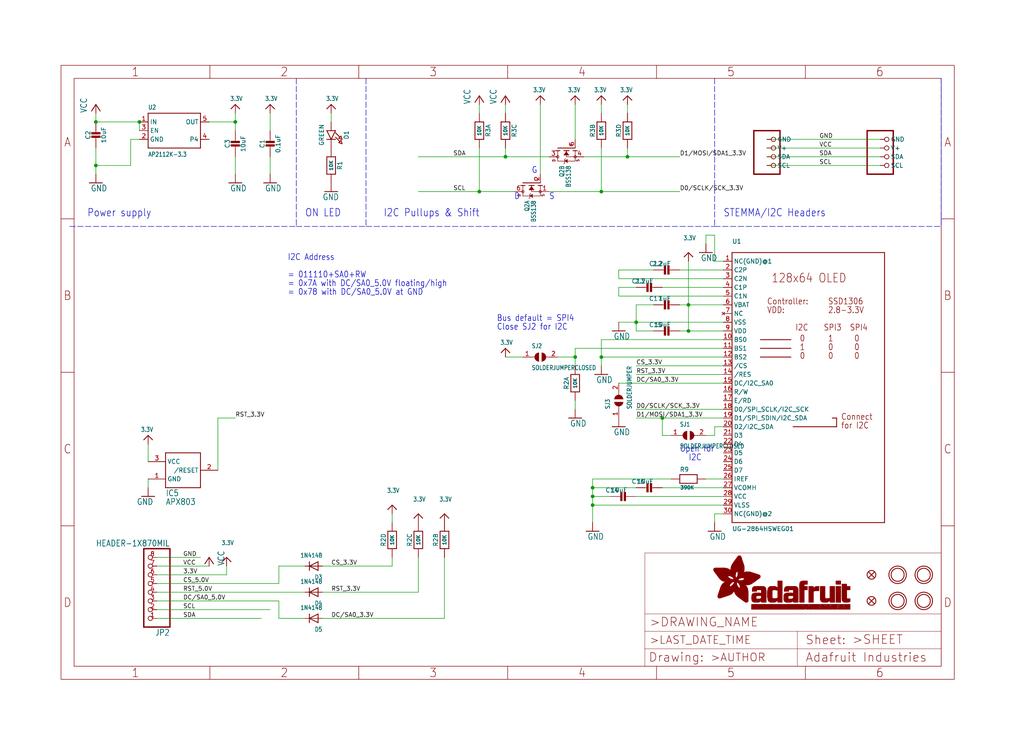
<source format=kicad_sch>
(kicad_sch (version 20211123) (generator eeschema)
  (paper "User" 298.45 217.881)
  (lib_symbols
    (symbol "eagleSchem-eagle-import:3.3V" (power)
      (property "Value" "3.3V" (at -1.524 1.016 0))
      (symbol "3.3V_1_0"
        (pin power_in line (at 0 -2.54 90) (length 2.54) (name "3.3V") (number "1"))
      )
    )
    (symbol "eagleSchem-eagle-import:AXP083-SAG"
      (property "Reference" "IC" (at -5.08 -7.62 0))
      (property "Value" "AXP083-SAG" (at -5.08 -10.16 0))
      (symbol "AXP083-SAG_1_0"
        (pin power_in line (at -10.16 -2.54 0) (length 5.08) (name "GND") (number "1"))
        (pin output line (at 10.16 0 180) (length 5.08) (name "/RESET") (number "2"))
        (pin power_in line (at -10.16 2.54 0) (length 5.08) (name "VCC") (number "3"))
      )
    )
    (symbol "eagleSchem-eagle-import:CAP_CERAMIC0603_NO"
      (property "Reference" "C" (at -2.29 1.25 90))
      (property "Value" "CAP_CERAMIC0603_NO" (at 2.3 1.25 90))
      (symbol "CAP_CERAMIC0603_NO_1_0"
        (pin passive line (at 0 5.08 270) (length 2.54) (name "1") (number "1"))
        (pin passive line (at 0 -2.54 90) (length 2.54) (name "2") (number "2"))
      )
    )
    (symbol "eagleSchem-eagle-import:CAP_CERAMIC0805-NOOUTLINE"
      (property "Reference" "C" (at -2.29 1.25 90))
      (property "Value" "CAP_CERAMIC0805-NOOUTLINE" (at 2.3 1.25 90))
      (symbol "CAP_CERAMIC0805-NOOUTLINE_1_0"
        (pin passive line (at 0 5.08 270) (length 2.54) (name "1") (number "1"))
        (pin passive line (at 0 -2.54 90) (length 2.54) (name "2") (number "2"))
      )
    )
    (symbol "eagleSchem-eagle-import:DIODESOD-323"
      (property "Reference" "D" (at 0 2.54 0))
      (property "Value" "DIODESOD-323" (at 0 -2.5 0))
      (symbol "DIODESOD-323_1_0"
        (pin passive line (at -2.54 0 0) (length 2.54) (name "A") (number "A"))
        (pin passive line (at 2.54 0 180) (length 2.54) (name "C") (number "C"))
      )
    )
    (symbol "eagleSchem-eagle-import:DISP_OLED_UG-2864HSWEG01"
      (property "Reference" "U" (at -22.86 40.64 0))
      (property "Value" "DISP_OLED_UG-2864HSWEG01" (at -22.86 -43.18 0))
      (symbol "DISP_OLED_UG-2864HSWEG01_1_0"
        (text "0" (at -3.175 6.985 0) (effects (font (size 1.778 1.5113)) (justify left bottom)))
        (text "0" (at -3.175 12.065 0) (effects (font (size 1.778 1.5113)) (justify left bottom)))
        (text "0" (at 5.08 6.985 0) (effects (font (size 1.778 1.5113)) (justify left bottom)))
        (text "0" (at 5.08 9.525 0) (effects (font (size 1.778 1.5113)) (justify left bottom)))
        (text "0" (at 12.7 6.985 0) (effects (font (size 1.778 1.5113)) (justify left bottom)))
        (text "0" (at 12.7 9.525 0) (effects (font (size 1.778 1.5113)) (justify left bottom)))
        (text "0" (at 12.7 12.065 0) (effects (font (size 1.778 1.5113)) (justify left bottom)))
        (text "1" (at -3.175 9.525 0) (effects (font (size 1.778 1.5113)) (justify left bottom)))
        (text "1" (at 5.08 12.065 0) (effects (font (size 1.778 1.5113)) (justify left bottom)))
        (text "128x64 OLED" (at -11.43 29.21 0) (effects (font (size 2.54 2.159)) (justify left bottom)))
        (text "2.8-3.3V" (at 5.08 20.32 0) (effects (font (size 1.778 1.5113)) (justify left bottom)))
        (text "Connect" (at 8.89 -10.795 0) (effects (font (size 1.778 1.5113)) (justify left bottom)))
        (text "Controller:" (at -12.7 22.86 0) (effects (font (size 1.778 1.5113)) (justify left bottom)))
        (text "for I2C" (at 8.89 -13.335 0) (effects (font (size 1.778 1.5113)) (justify left bottom)))
        (text "I2C" (at -4.445 15.24 0) (effects (font (size 1.778 1.5113)) (justify left bottom)))
        (text "SPI3" (at 3.81 15.24 0) (effects (font (size 1.778 1.5113)) (justify left bottom)))
        (text "SPI4" (at 11.43 15.24 0) (effects (font (size 1.778 1.5113)) (justify left bottom)))
        (text "SSD1306" (at 5.08 22.86 0) (effects (font (size 1.778 1.5113)) (justify left bottom)))
        (text "VDD:" (at -12.7 20.32 0) (effects (font (size 1.778 1.5113)) (justify left bottom)))
        (pin input line (at -25.4 35.56 0) (length 2.54) (name "NC(GND)@1") (number "1"))
        (pin input line (at -25.4 12.7 0) (length 2.54) (name "BS0") (number "10"))
        (pin input line (at -25.4 10.16 0) (length 2.54) (name "BS1") (number "11"))
        (pin input line (at -25.4 7.62 0) (length 2.54) (name "BS2") (number "12"))
        (pin input line (at -25.4 5.08 0) (length 2.54) (name "/CS") (number "13"))
        (pin input line (at -25.4 2.54 0) (length 2.54) (name "/RES") (number "14"))
        (pin input line (at -25.4 0 0) (length 2.54) (name "DC/I2C_SA0") (number "15"))
        (pin input line (at -25.4 -2.54 0) (length 2.54) (name "R/W") (number "16"))
        (pin input line (at -25.4 -5.08 0) (length 2.54) (name "E/RD") (number "17"))
        (pin bidirectional line (at -25.4 -7.62 0) (length 2.54) (name "D0/SPI_SCLK/I2C_SCK") (number "18"))
        (pin bidirectional line (at -25.4 -10.16 0) (length 2.54) (name "D1/SPI_SDIN/I2C_SDA") (number "19"))
        (pin input line (at -25.4 33.02 0) (length 2.54) (name "C2P") (number "2"))
        (pin bidirectional line (at -25.4 -12.7 0) (length 2.54) (name "D2/I2C_SDA") (number "20"))
        (pin bidirectional line (at -25.4 -15.24 0) (length 2.54) (name "D3") (number "21"))
        (pin bidirectional line (at -25.4 -17.78 0) (length 2.54) (name "D4") (number "22"))
        (pin bidirectional line (at -25.4 -20.32 0) (length 2.54) (name "D5") (number "23"))
        (pin bidirectional line (at -25.4 -22.86 0) (length 2.54) (name "D6") (number "24"))
        (pin bidirectional line (at -25.4 -25.4 0) (length 2.54) (name "D7") (number "25"))
        (pin input line (at -25.4 -27.94 0) (length 2.54) (name "IREF") (number "26"))
        (pin output line (at -25.4 -30.48 0) (length 2.54) (name "VCOMH") (number "27"))
        (pin power_in line (at -25.4 -33.02 0) (length 2.54) (name "VCC") (number "28"))
        (pin power_in line (at -25.4 -35.56 0) (length 2.54) (name "VLSS") (number "29"))
        (pin input line (at -25.4 30.48 0) (length 2.54) (name "C2N") (number "3"))
        (pin input line (at -25.4 -38.1 0) (length 2.54) (name "NC(GND)@2") (number "30"))
        (pin input line (at -25.4 27.94 0) (length 2.54) (name "C1P") (number "4"))
        (pin input line (at -25.4 25.4 0) (length 2.54) (name "C1N") (number "5"))
        (pin input line (at -25.4 22.86 0) (length 2.54) (name "VBAT") (number "6"))
        (pin no_connect line (at -25.4 20.32 0) (length 2.54) (name "NC") (number "7"))
        (pin power_in line (at -25.4 17.78 0) (length 2.54) (name "VSS") (number "8"))
        (pin power_in line (at -25.4 15.24 0) (length 2.54) (name "VDD") (number "9"))
      )
    )
    (symbol "eagleSchem-eagle-import:FIDUCIAL_1MM")
    (symbol "eagleSchem-eagle-import:FRAME_A4_ADAFRUIT"
      (symbol "FRAME_A4_ADAFRUIT_0_0"
        (text "1" (at 21.6958 1.905 0) (effects (font (size 2.54 2.286))))
        (text "1" (at 21.6958 177.165 0) (effects (font (size 2.54 2.286))))
        (text "2" (at 65.0875 1.905 0) (effects (font (size 2.54 2.286))))
        (text "2" (at 65.0875 177.165 0) (effects (font (size 2.54 2.286))))
        (text "3" (at 108.4792 1.905 0) (effects (font (size 2.54 2.286))))
        (text "3" (at 108.4792 177.165 0) (effects (font (size 2.54 2.286))))
        (text "4" (at 151.8708 1.905 0) (effects (font (size 2.54 2.286))))
        (text "4" (at 151.8708 177.165 0) (effects (font (size 2.54 2.286))))
        (text "5" (at 195.2625 1.905 0) (effects (font (size 2.54 2.286))))
        (text "5" (at 195.2625 177.165 0) (effects (font (size 2.54 2.286))))
        (text "6" (at 238.6542 1.905 0) (effects (font (size 2.54 2.286))))
        (text "6" (at 238.6542 177.165 0) (effects (font (size 2.54 2.286))))
        (text "A" (at 1.905 156.6863 0) (effects (font (size 2.54 2.286))))
        (text "A" (at 258.445 156.6863 0) (effects (font (size 2.54 2.286))))
        (text "B" (at 1.905 111.9188 0) (effects (font (size 2.54 2.286))))
        (text "B" (at 258.445 111.9188 0) (effects (font (size 2.54 2.286))))
        (text "C" (at 1.905 67.1513 0) (effects (font (size 2.54 2.286))))
        (text "C" (at 258.445 67.1513 0) (effects (font (size 2.54 2.286))))
        (text "D" (at 1.905 22.3838 0) (effects (font (size 2.54 2.286))))
        (text "D" (at 258.445 22.3838 0) (effects (font (size 2.54 2.286))))
      )
      (symbol "FRAME_A4_ADAFRUIT_1_0"
        (text ">AUTHOR" (at 189.23 5.08 0) (effects (font (size 2.286 2.286)) (justify left bottom)))
        (text ">DRAWING_NAME" (at 171.45 15.24 0) (effects (font (size 2.54 2.54)) (justify left bottom)))
        (text ">LAST_DATE_TIME" (at 171.45 10.16 0) (effects (font (size 2.286 2.286)) (justify left bottom)))
        (text ">SHEET" (at 230.505 10.16 0) (effects (font (size 2.54 2.54)) (justify left bottom)))
        (text "Adafruit Industries" (at 216.916 4.953 0) (effects (font (size 2.54 2.54)) (justify left bottom)))
        (text "Drawing:" (at 171.196 4.953 0) (effects (font (size 2.54 2.54)) (justify left bottom)))
        (text "Sheet:" (at 216.916 10.033 0) (effects (font (size 2.54 2.54)) (justify left bottom)))
      )
    )
    (symbol "eagleSchem-eagle-import:GND" (power)
      (property "Value" "GND" (at -2.54 -2.54 0))
      (symbol "GND_1_0"
        (pin power_in line (at 0 2.54 270) (length 2.54) (name "GND") (number "1"))
      )
    )
    (symbol "eagleSchem-eagle-import:HEADER-1X870MIL"
      (property "Reference" "JP" (at -6.35 13.335 0))
      (property "Value" "HEADER-1X870MIL" (at -6.35 -12.7 0))
      (symbol "HEADER-1X870MIL_1_0"
        (pin passive inverted (at -2.54 10.16 0) (length 2.54) (name "1") (number "1"))
        (pin passive inverted (at -2.54 7.62 0) (length 2.54) (name "2") (number "2"))
        (pin passive inverted (at -2.54 5.08 0) (length 2.54) (name "3") (number "3"))
        (pin passive inverted (at -2.54 2.54 0) (length 2.54) (name "4") (number "4"))
        (pin passive inverted (at -2.54 0 0) (length 2.54) (name "5") (number "5"))
        (pin passive inverted (at -2.54 -2.54 0) (length 2.54) (name "6") (number "6"))
        (pin passive inverted (at -2.54 -5.08 0) (length 2.54) (name "7") (number "7"))
        (pin passive inverted (at -2.54 -7.62 0) (length 2.54) (name "8") (number "8"))
      )
    )
    (symbol "eagleSchem-eagle-import:LED0603_NOOUTLINE"
      (property "Reference" "D" (at -1.27 4.445 0))
      (property "Value" "LED0603_NOOUTLINE" (at -1.27 -2.794 0))
      (symbol "LED0603_NOOUTLINE_1_0"
        (pin passive line (at -5.08 0 0) (length 2.54) (name "A") (number "A"))
        (pin passive line (at 2.54 0 180) (length 2.54) (name "C") (number "C"))
      )
    )
    (symbol "eagleSchem-eagle-import:MOSFET-N_DUAL"
      (property "Reference" "Q" (at 5.08 0.635 0))
      (property "Value" "MOSFET-N_DUAL" (at 5.08 -1.27 0))
      (symbol "MOSFET-N_DUAL_1_0"
        (text "D" (at 3.175 3.175 0) (effects (font (size 0.8128 0.6908)) (justify left bottom)))
        (text "G" (at -1.27 -1.905 0) (effects (font (size 0.8128 0.6908)) (justify left bottom)))
        (text "S" (at 3.175 -3.81 0) (effects (font (size 0.8128 0.6908)) (justify left bottom)))
        (pin bidirectional line (at 2.54 -5.08 90) (length 2.54) (name "S") (number "1"))
        (pin bidirectional line (at -2.54 -2.54 0) (length 2.54) (name "G") (number "2"))
        (pin bidirectional line (at 2.54 5.08 270) (length 2.54) (name "D") (number "6"))
      )
      (symbol "MOSFET-N_DUAL_2_0"
        (text "D" (at 3.175 3.175 0) (effects (font (size 0.8128 0.6908)) (justify left bottom)))
        (text "G" (at -1.27 -1.905 0) (effects (font (size 0.8128 0.6908)) (justify left bottom)))
        (text "S" (at 3.175 -3.81 0) (effects (font (size 0.8128 0.6908)) (justify left bottom)))
        (pin bidirectional line (at 2.54 5.08 270) (length 2.54) (name "D") (number "3"))
        (pin bidirectional line (at 2.54 -5.08 90) (length 2.54) (name "S") (number "4"))
        (pin bidirectional line (at -2.54 -2.54 0) (length 2.54) (name "G") (number "5"))
      )
    )
    (symbol "eagleSchem-eagle-import:MOUNTINGHOLE2.5")
    (symbol "eagleSchem-eagle-import:RESISTOR_0603_NOOUT"
      (property "Reference" "R" (at 0 2.54 0))
      (property "Value" "RESISTOR_0603_NOOUT" (at 0 0 0))
      (symbol "RESISTOR_0603_NOOUT_1_0"
        (pin passive line (at -5.08 0 0) (length 2.54) (name "1") (number "1"))
        (pin passive line (at 5.08 0 180) (length 2.54) (name "2") (number "2"))
      )
    )
    (symbol "eagleSchem-eagle-import:RESISTOR_4PACK"
      (property "Reference" "R" (at 0 2.54 0))
      (property "Value" "RESISTOR_4PACK" (at 0 0 0))
      (symbol "RESISTOR_4PACK_1_0"
        (pin passive line (at -5.08 0 0) (length 2.54) (name "1") (number "1"))
        (pin passive line (at 5.08 0 180) (length 2.54) (name "2") (number "8"))
      )
      (symbol "RESISTOR_4PACK_2_0"
        (pin passive line (at -5.08 0 0) (length 2.54) (name "1") (number "2"))
        (pin passive line (at 5.08 0 180) (length 2.54) (name "2") (number "7"))
      )
      (symbol "RESISTOR_4PACK_3_0"
        (pin passive line (at -5.08 0 0) (length 2.54) (name "1") (number "3"))
        (pin passive line (at 5.08 0 180) (length 2.54) (name "2") (number "6"))
      )
      (symbol "RESISTOR_4PACK_4_0"
        (pin passive line (at -5.08 0 0) (length 2.54) (name "1") (number "4"))
        (pin passive line (at 5.08 0 180) (length 2.54) (name "2") (number "5"))
      )
    )
    (symbol "eagleSchem-eagle-import:SOLDERJUMPER"
      (property "Reference" "SJ" (at -2.54 2.54 0))
      (property "Value" "SOLDERJUMPER" (at -2.54 -3.81 0))
      (symbol "SOLDERJUMPER_1_0"
        (pin passive line (at -5.08 0 0) (length 2.54) (name "1") (number "1"))
        (pin passive line (at 5.08 0 180) (length 2.54) (name "2") (number "2"))
      )
    )
    (symbol "eagleSchem-eagle-import:SOLDERJUMPERCLOSED"
      (property "Reference" "SJ" (at -2.54 2.54 0))
      (property "Value" "SOLDERJUMPERCLOSED" (at -2.54 -3.81 0))
      (symbol "SOLDERJUMPERCLOSED_1_0"
        (pin passive line (at -5.08 0 0) (length 2.54) (name "1") (number "1"))
        (pin passive line (at 5.08 0 180) (length 2.54) (name "2") (number "2"))
      )
    )
    (symbol "eagleSchem-eagle-import:STEMMA_I2C_QT"
      (symbol "STEMMA_I2C_QT_1_0"
        (pin passive inverted (at 0 5.08 0) (length 2.54) (name "GND") (number "1"))
        (pin passive inverted (at 0 2.54 0) (length 2.54) (name "V+") (number "2"))
        (pin passive inverted (at 0 0 0) (length 2.54) (name "SDA") (number "3"))
        (pin passive inverted (at 0 -2.54 0) (length 2.54) (name "SCL") (number "4"))
      )
      (symbol "STEMMA_I2C_QT_2_0"
        (pin bidirectional line (at 0 0 0) (length 5.08) (name "MT") (number "MT1"))
      )
      (symbol "STEMMA_I2C_QT_3_0"
        (pin bidirectional line (at 0 0 0) (length 5.08) (name "MT") (number "MT2"))
      )
    )
    (symbol "eagleSchem-eagle-import:VCC" (power)
      (property "Value" "VCC" (at -2.54 -2.54 90))
      (symbol "VCC_1_0"
        (pin power_in line (at 0 -2.54 90) (length 2.54) (name "VCC") (number "1"))
      )
    )
    (symbol "eagleSchem-eagle-import:VREG_SOT23-5"
      (property "Reference" "U" (at -7.62 6.096 0))
      (property "Value" "VREG_SOT23-5" (at -7.62 -7.62 0))
      (symbol "VREG_SOT23-5_1_0"
        (pin power_in line (at -10.16 2.54 0) (length 2.54) (name "IN") (number "1"))
        (pin power_in line (at -10.16 -2.54 0) (length 2.54) (name "GND") (number "2"))
        (pin input line (at -10.16 0 0) (length 2.54) (name "EN") (number "3"))
        (pin bidirectional line (at 10.16 -2.54 180) (length 2.54) (name "P4") (number "4"))
        (pin power_in line (at 10.16 2.54 180) (length 2.54) (name "OUT") (number "5"))
      )
    )
  )
  (junction (at 172.72 142.24))
  (junction (at 167.64 104.14))
  (junction (at 182.88 45.72))
  (junction (at 40.64 35.56))
  (junction (at 27.94 35.56))
  (junction (at 175.26 104.14))
  (junction (at 172.72 144.78))
  (junction (at 185.42 93.98))
  (junction (at 68.58 35.56))
  (junction (at 27.94 48.26))
  (junction (at 172.72 147.32))
  (junction (at 200.66 96.52))
  (junction (at 147.32 45.72))
  (junction (at 193.04 121.92))
  (junction (at 139.7 55.88))
  (junction (at 175.26 55.88))
  (junction (at 200.66 88.9))
  (wire (pts (xy 205.74 68.58) (xy 205.74 71.12)))
  (wire (pts (xy 185.42 93.98) (xy 180.34 93.98)))
  (wire (pts (xy 210.82 88.9) (xy 200.66 88.9)))
  (wire (pts (xy 182.88 43.18) (xy 182.88 45.72)))
  (wire (pts (xy 190.5 88.9) (xy 185.42 88.9)))
  (wire (pts (xy 114.3 149.86) (xy 114.3 152.4)))
  (wire (pts (xy 210.82 96.52) (xy 200.66 96.52)))
  (wire (pts (xy 114.3 165.1) (xy 114.3 162.56)))
  (wire (pts (xy 210.82 147.32) (xy 172.72 147.32)))
  (wire (pts (xy 93.98 165.1) (xy 114.3 165.1)))
  (wire (pts (xy 172.72 147.32) (xy 172.72 144.78)))
  (wire (pts (xy 68.58 45.72) (xy 68.58 50.8)))
  (wire (pts (xy 185.42 142.24) (xy 172.72 142.24)))
  (wire (pts (xy 185.42 96.52) (xy 185.42 93.98)))
  (wire (pts (xy 175.26 55.88) (xy 198.12 55.88)))
  (wire (pts (xy 45.72 180.34) (xy 76.2 180.34)))
  (wire (pts (xy 200.66 88.9) (xy 200.66 96.52)))
  (wire (pts (xy 66.04 167.64) (xy 66.04 165.1)))
  (wire (pts (xy 195.58 127) (xy 193.04 127)))
  (polyline (pts (xy 274.32 22.86) (xy 274.32 66.04)))
  (wire (pts (xy 139.7 55.88) (xy 121.92 55.88)))
  (wire (pts (xy 60.96 35.56) (xy 68.58 35.56)))
  (wire (pts (xy 40.64 38.1) (xy 40.64 35.56)))
  (wire (pts (xy 208.28 76.2) (xy 208.28 68.58)))
  (wire (pts (xy 45.72 175.26) (xy 81.28 175.26)))
  (wire (pts (xy 160.02 55.88) (xy 175.26 55.88)))
  (wire (pts (xy 45.72 170.18) (xy 81.28 170.18)))
  (wire (pts (xy 175.26 104.14) (xy 175.26 106.68)))
  (wire (pts (xy 172.72 144.78) (xy 172.72 142.24)))
  (wire (pts (xy 208.28 68.58) (xy 205.74 68.58)))
  (wire (pts (xy 78.74 45.72) (xy 78.74 50.8)))
  (wire (pts (xy 81.28 175.26) (xy 81.28 180.34)))
  (wire (pts (xy 185.42 83.82) (xy 180.34 83.82)))
  (polyline (pts (xy 86.36 22.86) (xy 86.36 66.04)))
  (wire (pts (xy 210.82 124.46) (xy 208.28 124.46)))
  (wire (pts (xy 129.54 180.34) (xy 129.54 162.56)))
  (wire (pts (xy 45.72 172.72) (xy 88.9 172.72)))
  (wire (pts (xy 193.04 121.92) (xy 185.42 121.92)))
  (wire (pts (xy 210.82 144.78) (xy 185.42 144.78)))
  (wire (pts (xy 45.72 165.1) (xy 60.96 165.1)))
  (wire (pts (xy 81.28 165.1) (xy 88.9 165.1)))
  (wire (pts (xy 177.8 144.78) (xy 172.72 144.78)))
  (wire (pts (xy 93.98 180.34) (xy 129.54 180.34)))
  (wire (pts (xy 193.04 127) (xy 193.04 121.92)))
  (wire (pts (xy 182.88 45.72) (xy 198.12 45.72)))
  (wire (pts (xy 223.52 43.18) (xy 256.54 43.18)))
  (wire (pts (xy 175.26 33.02) (xy 175.26 30.48)))
  (wire (pts (xy 208.28 127) (xy 205.74 127)))
  (wire (pts (xy 210.82 111.76) (xy 180.34 111.76)))
  (wire (pts (xy 63.5 121.92) (xy 68.58 121.92)))
  (wire (pts (xy 210.82 119.38) (xy 185.42 119.38)))
  (wire (pts (xy 152.4 104.14) (xy 147.32 104.14)))
  (wire (pts (xy 96.52 35.56) (xy 96.52 33.02)))
  (wire (pts (xy 68.58 35.56) (xy 68.58 33.02)))
  (wire (pts (xy 139.7 30.48) (xy 139.7 33.02)))
  (wire (pts (xy 157.48 50.8) (xy 157.48 30.48)))
  (wire (pts (xy 27.94 33.02) (xy 27.94 35.56)))
  (wire (pts (xy 210.82 83.82) (xy 193.04 83.82)))
  (wire (pts (xy 147.32 43.18) (xy 147.32 45.72)))
  (polyline (pts (xy 106.68 66.04) (xy 208.28 66.04)))
  (wire (pts (xy 27.94 48.26) (xy 27.94 43.18)))
  (polyline (pts (xy 208.28 66.04) (xy 274.32 66.04)))
  (wire (pts (xy 43.18 134.62) (xy 43.18 129.54)))
  (wire (pts (xy 40.64 40.64) (xy 38.1 40.64)))
  (wire (pts (xy 27.94 48.26) (xy 27.94 50.8)))
  (wire (pts (xy 200.66 96.52) (xy 198.12 96.52)))
  (wire (pts (xy 172.72 139.7) (xy 195.58 139.7)))
  (wire (pts (xy 38.1 40.64) (xy 38.1 48.26)))
  (wire (pts (xy 147.32 45.72) (xy 121.92 45.72)))
  (wire (pts (xy 167.64 101.6) (xy 167.64 104.14)))
  (wire (pts (xy 210.82 139.7) (xy 205.74 139.7)))
  (polyline (pts (xy 106.68 22.86) (xy 106.68 66.04)))
  (wire (pts (xy 210.82 109.22) (xy 185.42 109.22)))
  (wire (pts (xy 180.34 81.28) (xy 210.82 81.28)))
  (wire (pts (xy 210.82 142.24) (xy 193.04 142.24)))
  (wire (pts (xy 210.82 93.98) (xy 185.42 93.98)))
  (wire (pts (xy 210.82 149.86) (xy 208.28 149.86)))
  (wire (pts (xy 167.64 119.38) (xy 167.64 116.84)))
  (wire (pts (xy 81.28 180.34) (xy 88.9 180.34)))
  (wire (pts (xy 93.98 172.72) (xy 121.92 172.72)))
  (polyline (pts (xy 86.36 66.04) (xy 106.68 66.04)))
  (wire (pts (xy 210.82 104.14) (xy 175.26 104.14)))
  (wire (pts (xy 190.5 78.74) (xy 180.34 78.74)))
  (wire (pts (xy 81.28 170.18) (xy 81.28 165.1)))
  (wire (pts (xy 180.34 83.82) (xy 180.34 86.36)))
  (wire (pts (xy 182.88 33.02) (xy 182.88 30.48)))
  (wire (pts (xy 172.72 142.24) (xy 172.72 139.7)))
  (wire (pts (xy 139.7 43.18) (xy 139.7 55.88)))
  (wire (pts (xy 43.18 139.7) (xy 43.18 142.24)))
  (wire (pts (xy 45.72 167.64) (xy 66.04 167.64)))
  (wire (pts (xy 223.52 48.26) (xy 256.54 48.26)))
  (wire (pts (xy 190.5 96.52) (xy 185.42 96.52)))
  (wire (pts (xy 208.28 149.86) (xy 208.28 152.4)))
  (wire (pts (xy 38.1 48.26) (xy 27.94 48.26)))
  (wire (pts (xy 210.82 121.92) (xy 193.04 121.92)))
  (wire (pts (xy 149.86 55.88) (xy 139.7 55.88)))
  (wire (pts (xy 167.64 40.64) (xy 167.64 30.48)))
  (wire (pts (xy 175.26 43.18) (xy 175.26 55.88)))
  (wire (pts (xy 185.42 88.9) (xy 185.42 93.98)))
  (wire (pts (xy 208.28 124.46) (xy 208.28 127)))
  (wire (pts (xy 210.82 76.2) (xy 208.28 76.2)))
  (wire (pts (xy 180.34 86.36) (xy 210.82 86.36)))
  (wire (pts (xy 147.32 33.02) (xy 147.32 30.48)))
  (wire (pts (xy 175.26 99.06) (xy 175.26 104.14)))
  (wire (pts (xy 256.54 40.64) (xy 223.52 40.64)))
  (polyline (pts (xy 20.32 66.04) (xy 86.36 66.04)))
  (wire (pts (xy 45.72 162.56) (xy 58.42 162.56)))
  (wire (pts (xy 170.18 45.72) (xy 182.88 45.72)))
  (wire (pts (xy 200.66 76.2) (xy 200.66 88.9)))
  (wire (pts (xy 121.92 172.72) (xy 121.92 162.56)))
  (wire (pts (xy 210.82 106.68) (xy 185.42 106.68)))
  (wire (pts (xy 180.34 78.74) (xy 180.34 81.28)))
  (wire (pts (xy 78.74 33.02) (xy 78.74 38.1)))
  (wire (pts (xy 160.02 45.72) (xy 147.32 45.72)))
  (wire (pts (xy 40.64 35.56) (xy 27.94 35.56)))
  (wire (pts (xy 167.64 101.6) (xy 210.82 101.6)))
  (wire (pts (xy 210.82 78.74) (xy 198.12 78.74)))
  (wire (pts (xy 68.58 35.56) (xy 68.58 38.1)))
  (wire (pts (xy 167.64 104.14) (xy 167.64 106.68)))
  (wire (pts (xy 172.72 147.32) (xy 172.72 152.4)))
  (wire (pts (xy 63.5 137.16) (xy 63.5 121.92)))
  (wire (pts (xy 210.82 99.06) (xy 175.26 99.06)))
  (wire (pts (xy 200.66 88.9) (xy 198.12 88.9)))
  (wire (pts (xy 256.54 45.72) (xy 223.52 45.72)))
  (polyline (pts (xy 208.28 22.86) (xy 208.28 66.04)))
  (wire (pts (xy 162.56 104.14) (xy 167.64 104.14)))
  (wire (pts (xy 45.72 177.8) (xy 78.74 177.8)))
  (text "ON LED" (at 88.9 63.5 180) (effects (font (size 2.1844 1.8567)) (justify left bottom)))
  (text "= 011110+SA0+RW" (at 83.82 81.28 180) (effects (font (size 1.778 1.5113)) (justify left bottom)))
  (text "Close SJ2 for I2C" (at 144.78 96.52 180) (effects (font (size 1.778 1.5113)) (justify left bottom)))
  (text "D" (at 149.86 58.42 180) (effects (font (size 1.778 1.5113)) (justify left bottom)))
  (text "= 0x7A with DC/SA0_5.0V floating/high" (at 83.82 83.82 180) (effects (font (size 1.778 1.5113)) (justify left bottom)))
  (text "G" (at 154.94 50.8 180) (effects (font (size 1.778 1.5113)) (justify left bottom)))
  (text "STEMMA/I2C Headers" (at 210.82 63.5 180) (effects (font (size 2.1844 1.8567)) (justify left bottom)))
  (text "I2C Address" (at 83.82 76.2 180) (effects (font (size 1.778 1.5113)) (justify left bottom)))
  (text "S" (at 160.02 58.42 180) (effects (font (size 1.778 1.5113)) (justify left bottom)))
  (text "Bus default = SPI4" (at 144.78 93.98 180) (effects (font (size 1.778 1.5113)) (justify left bottom)))
  (text "Power supply" (at 25.4 63.5 180) (effects (font (size 2.1844 1.8567)) (justify left bottom)))
  (text "= 0x78 with DC/SA0_5.0V at GND" (at 83.82 86.36 180) (effects (font (size 1.778 1.5113)) (justify left bottom)))
  (text "I2C" (at 200.66 134.62 180) (effects (font (size 1.778 1.5113)) (justify left bottom)))
  (text "I2C Pullups & Shift" (at 111.76 63.5 180) (effects (font (size 2.1844 1.8567)) (justify left bottom)))
  (text "Open for" (at 198.12 132.08 180) (effects (font (size 1.778 1.5113)) (justify left bottom)))
  (label "RST_3.3V" (at 68.58 121.92 0) (effects (font (size 1.2446 1.2446))))
  (label "SCL" (at 53.34 177.8 0) (effects (font (size 1.2446 1.2446))))
  (label "CS_5.0V" (at 53.34 170.18 0) (effects (font (size 1.2446 1.2446))))
  (label "D0/SCLK/SCK_3.3V" (at 198.12 55.88 0) (effects (font (size 1.2446 1.2446))))
  (label "3.3V" (at 53.34 167.64 0) (effects (font (size 1.2446 1.2446))))
  (label "SCL" (at 238.76 48.26 0) (effects (font (size 1.2446 1.2446))))
  (label "D1/MOSI/SDA1_3.3V" (at 198.12 45.72 0) (effects (font (size 1.2446 1.2446))))
  (label "SDA" (at 132.08 45.72 0) (effects (font (size 1.2446 1.2446))))
  (label "RST_3.3V" (at 185.42 109.22 0) (effects (font (size 1.2446 1.2446))))
  (label "CS_3.3V" (at 96.52 165.1 0) (effects (font (size 1.2446 1.2446))))
  (label "VCC" (at 238.76 43.18 0) (effects (font (size 1.2446 1.2446))))
  (label "DC/SA0_3.3V" (at 185.42 111.76 0) (effects (font (size 1.2446 1.2446))))
  (label "D0/SCLK/SCK_3.3V" (at 185.42 119.38 0) (effects (font (size 1.2446 1.2446))))
  (label "GND" (at 238.76 40.64 0) (effects (font (size 1.2446 1.2446))))
  (label "RST_5.0V" (at 53.34 172.72 0) (effects (font (size 1.2446 1.2446))))
  (label "SDA" (at 53.34 180.34 0) (effects (font (size 1.2446 1.2446))))
  (label "DC/SA0_3.3V" (at 96.52 180.34 0) (effects (font (size 1.2446 1.2446))))
  (label "GND" (at 53.34 162.56 0) (effects (font (size 1.2446 1.2446))))
  (label "RST_3.3V" (at 96.52 172.72 0) (effects (font (size 1.2446 1.2446))))
  (label "CS_3.3V" (at 185.42 106.68 0) (effects (font (size 1.2446 1.2446))))
  (label "VCC" (at 53.34 165.1 0) (effects (font (size 1.2446 1.2446))))
  (label "SCL" (at 132.08 55.88 0) (effects (font (size 1.2446 1.2446))))
  (label "D1/MOSI/SDA1_3.3V" (at 185.42 121.92 0) (effects (font (size 1.2446 1.2446))))
  (label "SDA" (at 238.76 45.72 0) (effects (font (size 1.2446 1.2446))))
  (label "DC/SA0_5.0V" (at 53.34 175.26 0) (effects (font (size 1.2446 1.2446))))
  (symbol (lib_id "eagleSchem-eagle-import:3.3V") (at 96.52 30.48 0) (unit 1)
    (property "Reference" "#U$3" (effects hide))
    (property "Value" "3.3V" (at 94.996 29.464 0) (effects (font (size 1.27 1.0795)) (justify left bottom)))
    (property "Footprint" "eagleSchem:" (effects hide))
  )
  (symbol (lib_id "eagleSchem-eagle-import:GND") (at 208.28 154.94 0) (unit 1)
    (property "Reference" "#U$43" (effects hide))
    (property "Value" "GND" (at 206.756 157.48 0) (effects (font (size 1.778 1.5113)) (justify left bottom)))
    (property "Footprint" "eagleSchem:" (effects hide))
  )
  (symbol (lib_id "eagleSchem-eagle-import:CAP_CERAMIC0805-NOOUTLINE") (at 182.88 144.78 90) (unit 1)
    (property "Reference" "C14" (at 180.34 142.24 90) (effects (justify left bottom)))
    (property "Value" "10uF" (at 182.88 142.24 90) (effects (justify left bottom)))
    (property "Footprint" "eagleSchem:0805-NO" (effects hide))
  )
  (symbol (lib_id "eagleSchem-eagle-import:GND") (at 96.52 55.88 0) (unit 1)
    (property "Reference" "#GND6" (effects hide))
    (property "Value" "GND" (at 93.98 58.42 0) (effects (font (size 1.778 1.5113)) (justify left bottom)))
    (property "Footprint" "eagleSchem:" (effects hide))
  )
  (symbol (lib_id "eagleSchem-eagle-import:CAP_CERAMIC0805-NOOUTLINE") (at 190.5 142.24 90) (unit 1)
    (property "Reference" "C16" (at 187.96 139.7 90) (effects (justify left bottom)))
    (property "Value" "10uF" (at 190.5 139.7 90) (effects (justify left bottom)))
    (property "Footprint" "eagleSchem:0805-NO" (effects hide))
  )
  (symbol (lib_id "eagleSchem-eagle-import:CAP_CERAMIC0805-NOOUTLINE") (at 190.5 83.82 90) (unit 1)
    (property "Reference" "C13" (at 187.96 81.28 90) (effects (justify left bottom)))
    (property "Value" "2.2uF" (at 190.5 81.28 90) (effects (justify left bottom)))
    (property "Footprint" "eagleSchem:0805-NO" (effects hide))
  )
  (symbol (lib_id "eagleSchem-eagle-import:CAP_CERAMIC0805-NOOUTLINE") (at 195.58 96.52 90) (unit 1)
    (property "Reference" "C15" (at 193.04 93.98 90) (effects (justify left bottom)))
    (property "Value" "10uF" (at 195.58 93.98 90) (effects (justify left bottom)))
    (property "Footprint" "eagleSchem:0805-NO" (effects hide))
  )
  (symbol (lib_id "eagleSchem-eagle-import:CAP_CERAMIC0805-NOOUTLINE") (at 195.58 78.74 90) (unit 1)
    (property "Reference" "C12" (at 193.04 76.2 90) (effects (justify left bottom)))
    (property "Value" "2.2uF" (at 195.58 76.2 90) (effects (justify left bottom)))
    (property "Footprint" "eagleSchem:0805-NO" (effects hide))
  )
  (symbol (lib_id "eagleSchem-eagle-import:CAP_CERAMIC0805-NOOUTLINE") (at 68.58 43.18 0) (unit 1)
    (property "Reference" "C3" (at 66.29 41.93 90))
    (property "Value" "10uF" (at 70.88 41.93 90))
    (property "Footprint" "eagleSchem:0805-NO" (effects hide))
  )
  (symbol (lib_id "eagleSchem-eagle-import:FRAME_A4_ADAFRUIT") (at 17.78 198.12 0) (unit 1)
    (property "Reference" "#U$18" (effects hide))
    (property "Value" "FRAME_A4_ADAFRUIT" (effects hide))
    (property "Footprint" "eagleSchem:" (effects hide))
  )
  (symbol (lib_id "eagleSchem-eagle-import:RESISTOR_4PACK") (at 182.88 38.1 90) (mirror x) (unit 4)
    (property "Reference" "R3" (at 180.34 38.1 0))
    (property "Value" "10K" (at 182.88 38.1 0) (effects (font (size 1.016 1.016) bold)))
    (property "Footprint" "eagleSchem:RESPACK_4X0603" (effects hide))
  )
  (symbol (lib_id "eagleSchem-eagle-import:GND") (at 172.72 154.94 0) (unit 1)
    (property "Reference" "#U$45" (effects hide))
    (property "Value" "GND" (at 171.196 157.48 0) (effects (font (size 1.778 1.5113)) (justify left bottom)))
    (property "Footprint" "eagleSchem:" (effects hide))
  )
  (symbol (lib_id "eagleSchem-eagle-import:RESISTOR_4PACK") (at 167.64 111.76 90) (unit 1)
    (property "Reference" "R2" (at 165.1 111.76 0))
    (property "Value" "10K" (at 167.64 111.76 0) (effects (font (size 1.016 1.016) bold)))
    (property "Footprint" "eagleSchem:RESPACK_4X0603" (effects hide))
  )
  (symbol (lib_id "eagleSchem-eagle-import:VREG_SOT23-5") (at 50.8 38.1 0) (unit 1)
    (property "Reference" "U2" (at 43.18 32.004 0) (effects (font (size 1.27 1.0795)) (justify left bottom)))
    (property "Value" "AP2112K-3.3" (at 43.18 45.72 0) (effects (font (size 1.27 1.0795)) (justify left bottom)))
    (property "Footprint" "eagleSchem:SOT23-5" (effects hide))
  )
  (symbol (lib_id "eagleSchem-eagle-import:MOUNTINGHOLE2.5") (at 269.24 175.26 0) (unit 1)
    (property "Reference" "U$21" (effects hide))
    (property "Value" "MOUNTINGHOLE2.5" (effects hide))
    (property "Footprint" "eagleSchem:MOUNTINGHOLE_2.5_PLATED" (effects hide))
  )
  (symbol (lib_id "eagleSchem-eagle-import:VCC") (at 27.94 30.48 0) (unit 1)
    (property "Reference" "#P+3" (effects hide))
    (property "Value" "VCC" (at 25.4 33.02 90) (effects (font (size 1.778 1.5113)) (justify left bottom)))
    (property "Footprint" "eagleSchem:" (effects hide))
  )
  (symbol (lib_id "eagleSchem-eagle-import:GND") (at 180.34 124.46 0) (unit 1)
    (property "Reference" "#U$4" (effects hide))
    (property "Value" "GND" (at 178.816 127 0) (effects (font (size 1.778 1.5113)) (justify left bottom)))
    (property "Footprint" "eagleSchem:" (effects hide))
  )
  (symbol (lib_id "eagleSchem-eagle-import:RESISTOR_4PACK") (at 121.92 157.48 90) (unit 3)
    (property "Reference" "R2" (at 119.38 157.48 0))
    (property "Value" "10K" (at 121.92 157.48 0) (effects (font (size 1.016 1.016) bold)))
    (property "Footprint" "eagleSchem:RESPACK_4X0603" (effects hide))
  )
  (symbol (lib_id "eagleSchem-eagle-import:GND") (at 43.18 144.78 0) (mirror y) (unit 1)
    (property "Reference" "#U$2" (effects hide))
    (property "Value" "GND" (at 44.704 147.32 0) (effects (font (size 1.778 1.5113)) (justify left bottom)))
    (property "Footprint" "eagleSchem:" (effects hide))
  )
  (symbol (lib_id "eagleSchem-eagle-import:3.3V") (at 78.74 30.48 0) (unit 1)
    (property "Reference" "#U$14" (effects hide))
    (property "Value" "3.3V" (at 77.216 29.464 0) (effects (font (size 1.27 1.0795)) (justify left bottom)))
    (property "Footprint" "eagleSchem:" (effects hide))
  )
  (symbol (lib_id "eagleSchem-eagle-import:3.3V") (at 114.3 147.32 0) (unit 1)
    (property "Reference" "#U$37" (effects hide))
    (property "Value" "3.3V" (at 112.776 143.764 0) (effects (font (size 1.27 1.0795)) (justify left bottom)))
    (property "Footprint" "eagleSchem:" (effects hide))
  )
  (symbol (lib_id "eagleSchem-eagle-import:CAP_CERAMIC0603_NO") (at 78.74 43.18 0) (unit 1)
    (property "Reference" "C1" (at 76.45 41.93 90))
    (property "Value" "0.1uF" (at 81.04 41.93 90))
    (property "Footprint" "eagleSchem:0603-NO" (effects hide))
  )
  (symbol (lib_id "eagleSchem-eagle-import:RESISTOR_4PACK") (at 147.32 38.1 270) (unit 3)
    (property "Reference" "R3" (at 149.86 38.1 0))
    (property "Value" "10K" (at 147.32 38.1 0) (effects (font (size 1.016 1.016) bold)))
    (property "Footprint" "eagleSchem:RESPACK_4X0603" (effects hide))
  )
  (symbol (lib_id "eagleSchem-eagle-import:RESISTOR_4PACK") (at 175.26 38.1 90) (mirror x) (unit 2)
    (property "Reference" "R3" (at 172.72 38.1 0))
    (property "Value" "10K" (at 175.26 38.1 0) (effects (font (size 1.016 1.016) bold)))
    (property "Footprint" "eagleSchem:RESPACK_4X0603" (effects hide))
  )
  (symbol (lib_id "eagleSchem-eagle-import:HEADER-1X870MIL") (at 43.18 170.18 180) (unit 1)
    (property "Reference" "JP2" (at 49.53 183.515 0) (effects (font (size 1.778 1.5113)) (justify left bottom)))
    (property "Value" "HEADER-1X870MIL" (at 49.53 157.48 0) (effects (font (size 1.778 1.5113)) (justify left bottom)))
    (property "Footprint" "eagleSchem:1X08_ROUND_70" (effects hide))
  )
  (symbol (lib_id "eagleSchem-eagle-import:GND") (at 180.34 96.52 0) (unit 1)
    (property "Reference" "#U$44" (effects hide))
    (property "Value" "GND" (at 178.816 99.06 0) (effects (font (size 1.778 1.5113)) (justify left bottom)))
    (property "Footprint" "eagleSchem:" (effects hide))
  )
  (symbol (lib_id "eagleSchem-eagle-import:3.3V") (at 68.58 30.48 0) (unit 1)
    (property "Reference" "#U$15" (effects hide))
    (property "Value" "3.3V" (at 67.056 29.464 0) (effects (font (size 1.27 1.0795)) (justify left bottom)))
    (property "Footprint" "eagleSchem:" (effects hide))
  )
  (symbol (lib_id "eagleSchem-eagle-import:MOUNTINGHOLE2.5") (at 261.62 167.64 0) (unit 1)
    (property "Reference" "U$17" (effects hide))
    (property "Value" "MOUNTINGHOLE2.5" (effects hide))
    (property "Footprint" "eagleSchem:MOUNTINGHOLE_2.5_PLATED" (effects hide))
  )
  (symbol (lib_id "eagleSchem-eagle-import:GND") (at 68.58 53.34 0) (unit 1)
    (property "Reference" "#U$5" (effects hide))
    (property "Value" "GND" (at 67.056 55.88 0) (effects (font (size 1.778 1.5113)) (justify left bottom)))
    (property "Footprint" "eagleSchem:" (effects hide))
  )
  (symbol (lib_id "eagleSchem-eagle-import:SOLDERJUMPERCLOSED") (at 200.66 127 0) (unit 1)
    (property "Reference" "SJ1" (at 198.12 124.46 0) (effects (font (size 1.27 1.0795)) (justify left bottom)))
    (property "Value" "SOLDERJUMPERCLOSED" (at 198.12 130.81 0) (effects (font (size 1.27 1.0795)) (justify left bottom)))
    (property "Footprint" "eagleSchem:SOLDERJUMPER_CLOSEDWIRE" (effects hide))
  )
  (symbol (lib_id "eagleSchem-eagle-import:MOUNTINGHOLE2.5") (at 269.24 167.64 0) (unit 1)
    (property "Reference" "U$19" (effects hide))
    (property "Value" "MOUNTINGHOLE2.5" (effects hide))
    (property "Footprint" "eagleSchem:MOUNTINGHOLE_2.5_PLATED" (effects hide))
  )
  (symbol (lib_id "eagleSchem-eagle-import:3.3V") (at 129.54 149.86 0) (unit 1)
    (property "Reference" "#U$39" (effects hide))
    (property "Value" "3.3V" (at 128.016 146.304 0) (effects (font (size 1.27 1.0795)) (justify left bottom)))
    (property "Footprint" "eagleSchem:" (effects hide))
  )
  (symbol (lib_id "eagleSchem-eagle-import:GND") (at 27.94 53.34 0) (unit 1)
    (property "Reference" "#U$13" (effects hide))
    (property "Value" "GND" (at 26.416 55.88 0) (effects (font (size 1.778 1.5113)) (justify left bottom)))
    (property "Footprint" "eagleSchem:" (effects hide))
  )
  (symbol (lib_id "eagleSchem-eagle-import:DISP_OLED_UG-2864HSWEG01") (at 236.22 111.76 0) (unit 1)
    (property "Reference" "U1" (at 213.36 71.12 0) (effects (justify left bottom)))
    (property "Value" "UG-2864HSWEG01" (at 213.36 154.94 0) (effects (justify left bottom)))
    (property "Footprint" "eagleSchem:UG-2864HSWEG01_1.3_WRAPAROUND" (effects hide))
  )
  (symbol (lib_id "eagleSchem-eagle-import:RESISTOR_0603_NOOUT") (at 200.66 139.7 0) (unit 1)
    (property "Reference" "R9" (at 198.12 137.668 0) (effects (justify left bottom)))
    (property "Value" "390K" (at 198.12 142.875 0) (effects (font (size 1.016 1.016) bold) (justify left bottom)))
    (property "Footprint" "eagleSchem:0603-NO" (effects hide))
  )
  (symbol (lib_id "eagleSchem-eagle-import:VCC") (at 139.7 27.94 0) (unit 1)
    (property "Reference" "#P+1" (effects hide))
    (property "Value" "VCC" (at 137.16 30.48 90) (effects (font (size 1.778 1.5113)) (justify left bottom)))
    (property "Footprint" "eagleSchem:" (effects hide))
  )
  (symbol (lib_id "eagleSchem-eagle-import:RESISTOR_4PACK") (at 139.7 38.1 270) (unit 1)
    (property "Reference" "R3" (at 142.24 38.1 0))
    (property "Value" "10K" (at 139.7 38.1 0) (effects (font (size 1.016 1.016) bold)))
    (property "Footprint" "eagleSchem:RESPACK_4X0603" (effects hide))
  )
  (symbol (lib_id "eagleSchem-eagle-import:3.3V") (at 147.32 101.6 0) (unit 1)
    (property "Reference" "#U$30" (effects hide))
    (property "Value" "3.3V" (at 145.796 100.584 0) (effects (font (size 1.27 1.0795)) (justify left bottom)))
    (property "Footprint" "eagleSchem:" (effects hide))
  )
  (symbol (lib_id "eagleSchem-eagle-import:3.3V") (at 182.88 27.94 0) (mirror y) (unit 1)
    (property "Reference" "#U$7" (effects hide))
    (property "Value" "3.3V" (at 184.404 26.924 0) (effects (font (size 1.27 1.0795)) (justify left bottom)))
    (property "Footprint" "eagleSchem:" (effects hide))
  )
  (symbol (lib_id "eagleSchem-eagle-import:MOUNTINGHOLE2.5") (at 261.62 175.26 0) (unit 1)
    (property "Reference" "U$1" (effects hide))
    (property "Value" "MOUNTINGHOLE2.5" (effects hide))
    (property "Footprint" "eagleSchem:MOUNTINGHOLE_2.5_PLATED" (effects hide))
  )
  (symbol (lib_id "eagleSchem-eagle-import:FIDUCIAL_1MM") (at 254 175.26 0) (unit 1)
    (property "Reference" "FID3" (effects hide))
    (property "Value" "FIDUCIAL_1MM" (effects hide))
    (property "Footprint" "eagleSchem:FIDUCIAL_1MM" (effects hide))
  )
  (symbol (lib_id "eagleSchem-eagle-import:VCC") (at 60.96 162.56 0) (mirror y) (unit 1)
    (property "Reference" "#P+4" (effects hide))
    (property "Value" "VCC" (at 63.5 165.1 90) (effects (font (size 1.778 1.5113)) (justify left bottom)))
    (property "Footprint" "eagleSchem:" (effects hide))
  )
  (symbol (lib_id "eagleSchem-eagle-import:GND") (at 167.64 121.92 0) (unit 1)
    (property "Reference" "#U$27" (effects hide))
    (property "Value" "GND" (at 166.116 124.46 0) (effects (font (size 1.778 1.5113)) (justify left bottom)))
    (property "Footprint" "eagleSchem:" (effects hide))
  )
  (symbol (lib_id "eagleSchem-eagle-import:3.3V") (at 43.18 127 0) (mirror y) (unit 1)
    (property "Reference" "#U$11" (effects hide))
    (property "Value" "3.3V" (at 44.704 125.984 0) (effects (font (size 1.27 1.0795)) (justify left bottom)))
    (property "Footprint" "eagleSchem:" (effects hide))
  )
  (symbol (lib_id "eagleSchem-eagle-import:MOSFET-N_DUAL") (at 154.94 53.34 90) (mirror x) (unit 1)
    (property "Reference" "Q2" (at 154.305 58.42 0) (effects (font (size 1.27 1.0795)) (justify left bottom)))
    (property "Value" "BSS138" (at 156.21 58.42 0) (effects (font (size 1.27 1.0795)) (justify left bottom)))
    (property "Footprint" "eagleSchem:SOT363" (effects hide))
  )
  (symbol (lib_id "eagleSchem-eagle-import:3.3V") (at 121.92 149.86 0) (unit 1)
    (property "Reference" "#U$38" (effects hide))
    (property "Value" "3.3V" (at 120.396 146.304 0) (effects (font (size 1.27 1.0795)) (justify left bottom)))
    (property "Footprint" "eagleSchem:" (effects hide))
  )
  (symbol (lib_id "eagleSchem-eagle-import:MOSFET-N_DUAL") (at 165.1 43.18 90) (mirror x) (unit 2)
    (property "Reference" "Q2" (at 164.465 48.26 0) (effects (font (size 1.27 1.0795)) (justify left bottom)))
    (property "Value" "BSS138" (at 166.37 48.26 0) (effects (font (size 1.27 1.0795)) (justify left bottom)))
    (property "Footprint" "eagleSchem:SOT363" (effects hide))
  )
  (symbol (lib_id "eagleSchem-eagle-import:AXP083-SAG") (at 53.34 137.16 0) (unit 1)
    (property "Reference" "IC5" (at 48.26 144.78 0) (effects (font (size 1.778 1.5113)) (justify left bottom)))
    (property "Value" "APX803" (at 48.26 147.32 0) (effects (font (size 1.778 1.5113)) (justify left bottom)))
    (property "Footprint" "eagleSchem:SOT23" (effects hide))
  )
  (symbol (lib_id "eagleSchem-eagle-import:RESISTOR_4PACK") (at 129.54 157.48 90) (unit 2)
    (property "Reference" "R2" (at 127 157.48 0))
    (property "Value" "10K" (at 129.54 157.48 0) (effects (font (size 1.016 1.016) bold)))
    (property "Footprint" "eagleSchem:RESPACK_4X0603" (effects hide))
  )
  (symbol (lib_id "eagleSchem-eagle-import:RESISTOR_0603_NOOUT") (at 96.52 48.26 270) (unit 1)
    (property "Reference" "R1" (at 99.06 48.26 0))
    (property "Value" "10K" (at 96.52 48.26 0) (effects (font (size 1.016 1.016) bold)))
    (property "Footprint" "eagleSchem:0603-NO" (effects hide))
  )
  (symbol (lib_id "eagleSchem-eagle-import:SOLDERJUMPER") (at 180.34 116.84 90) (unit 1)
    (property "Reference" "SJ3" (at 177.8 119.38 0) (effects (font (size 1.27 1.0795)) (justify left bottom)))
    (property "Value" "SOLDERJUMPER" (at 184.15 119.38 0) (effects (font (size 1.27 1.0795)) (justify left bottom)))
    (property "Footprint" "eagleSchem:SOLDERJUMPER_ARROW_NOPASTE" (effects hide))
  )
  (symbol (lib_id "eagleSchem-eagle-import:DIODESOD-323") (at 91.44 165.1 180) (unit 1)
    (property "Reference" "D3" (at 93.98 167.64 0) (effects (font (size 1.27 1.0795)) (justify left bottom)))
    (property "Value" "1N4148" (at 93.98 161.29 0) (effects (font (size 1.27 1.0795)) (justify left bottom)))
    (property "Footprint" "eagleSchem:SOD-323" (effects hide))
  )
  (symbol (lib_id "eagleSchem-eagle-import:VCC") (at 147.32 27.94 0) (unit 1)
    (property "Reference" "#P+2" (effects hide))
    (property "Value" "VCC" (at 144.78 30.48 90) (effects (font (size 1.778 1.5113)) (justify left bottom)))
    (property "Footprint" "eagleSchem:" (effects hide))
  )
  (symbol (lib_id "eagleSchem-eagle-import:GND") (at 78.74 53.34 0) (unit 1)
    (property "Reference" "#U$6" (effects hide))
    (property "Value" "GND" (at 77.216 55.88 0) (effects (font (size 1.778 1.5113)) (justify left bottom)))
    (property "Footprint" "eagleSchem:" (effects hide))
  )
  (symbol (lib_id "eagleSchem-eagle-import:3.3V") (at 200.66 73.66 0) (unit 1)
    (property "Reference" "#U$46" (effects hide))
    (property "Value" "3.3V" (at 199.136 70.104 0) (effects (font (size 1.27 1.0795)) (justify left bottom)))
    (property "Footprint" "eagleSchem:" (effects hide))
  )
  (symbol (lib_id "eagleSchem-eagle-import:STEMMA_I2C_QT") (at 256.54 45.72 0) (unit 1)
    (property "Reference" "CONN4" (effects hide))
    (property "Value" "STEMMA_I2C_QT" (effects hide))
    (property "Footprint" "eagleSchem:JST_SH4" (effects hide))
  )
  (symbol (lib_id "eagleSchem-eagle-import:SOLDERJUMPERCLOSED") (at 157.48 104.14 0) (unit 1)
    (property "Reference" "SJ2" (at 154.94 101.6 0) (effects (font (size 1.27 1.0795)) (justify left bottom)))
    (property "Value" "SOLDERJUMPERCLOSED" (at 154.94 107.95 0) (effects (font (size 1.27 1.0795)) (justify left bottom)))
    (property "Footprint" "eagleSchem:SOLDERJUMPER_CLOSEDWIRE" (effects hide))
  )
  (symbol (lib_id "eagleSchem-eagle-import:GND") (at 175.26 109.22 0) (unit 1)
    (property "Reference" "#U$20" (effects hide))
    (property "Value" "GND" (at 173.736 111.76 0) (effects (font (size 1.778 1.5113)) (justify left bottom)))
    (property "Footprint" "eagleSchem:" (effects hide))
  )
  (symbol (lib_id "eagleSchem-eagle-import:3.3V") (at 66.04 162.56 0) (unit 1)
    (property "Reference" "#U$36" (effects hide))
    (property "Value" "3.3V" (at 64.516 159.004 0) (effects (font (size 1.27 1.0795)) (justify left bottom)))
    (property "Footprint" "eagleSchem:" (effects hide))
  )
  (symbol (lib_id "eagleSchem-eagle-import:DIODESOD-323") (at 91.44 180.34 180) (unit 1)
    (property "Reference" "D5" (at 93.98 182.88 0) (effects (font (size 1.27 1.0795)) (justify left bottom)))
    (property "Value" "1N4148" (at 93.98 176.53 0) (effects (font (size 1.27 1.0795)) (justify left bottom)))
    (property "Footprint" "eagleSchem:SOD-323" (effects hide))
  )
  (symbol (lib_id "eagleSchem-eagle-import:DIODESOD-323") (at 91.44 172.72 180) (unit 1)
    (property "Reference" "D4" (at 93.98 175.26 0) (effects (font (size 1.27 1.0795)) (justify left bottom)))
    (property "Value" "1N4148" (at 93.98 168.91 0) (effects (font (size 1.27 1.0795)) (justify left bottom)))
    (property "Footprint" "eagleSchem:SOD-323" (effects hide))
  )
  (symbol (lib_id "eagleSchem-eagle-import:GND") (at 205.74 73.66 0) (unit 1)
    (property "Reference" "#U$42" (effects hide))
    (property "Value" "GND" (at 204.216 76.2 0) (effects (font (size 1.778 1.5113)) (justify left bottom)))
    (property "Footprint" "eagleSchem:" (effects hide))
  )
  (symbol (lib_id "eagleSchem-eagle-import:3.3V") (at 175.26 27.94 0) (mirror y) (unit 1)
    (property "Reference" "#U$24" (effects hide))
    (property "Value" "3.3V" (at 176.784 26.924 0) (effects (font (size 1.27 1.0795)) (justify left bottom)))
    (property "Footprint" "eagleSchem:" (effects hide))
  )
  (symbol (lib_id "eagleSchem-eagle-import:FIDUCIAL_1MM") (at 254 167.64 0) (unit 1)
    (property "Reference" "FID4" (effects hide))
    (property "Value" "FIDUCIAL_1MM" (effects hide))
    (property "Footprint" "eagleSchem:FIDUCIAL_1MM" (effects hide))
  )
  (symbol (lib_id "eagleSchem-eagle-import:CAP_CERAMIC0603_NO") (at 195.58 88.9 90) (unit 1)
    (property "Reference" "C17" (at 193.04 86.36 90) (effects (justify left bottom)))
    (property "Value" "1uF" (at 195.58 86.36 90) (effects (justify left bottom)))
    (property "Footprint" "eagleSchem:0603-NO" (effects hide))
  )
  (symbol (lib_id "eagleSchem-eagle-import:STEMMA_I2C_QT") (at 223.52 45.72 0) (unit 1)
    (property "Reference" "CONN1" (effects hide))
    (property "Value" "STEMMA_I2C_QT" (effects hide))
    (property "Footprint" "eagleSchem:JST_SH4" (effects hide))
  )
  (symbol (lib_id "eagleSchem-eagle-import:3.3V") (at 167.64 27.94 0) (mirror y) (unit 1)
    (property "Reference" "#U$23" (effects hide))
    (property "Value" "3.3V" (at 169.164 26.924 0) (effects (font (size 1.27 1.0795)) (justify left bottom)))
    (property "Footprint" "eagleSchem:" (effects hide))
  )
  (symbol (lib_id "eagleSchem-eagle-import:3.3V") (at 157.48 27.94 0) (mirror y) (unit 1)
    (property "Reference" "#U$26" (effects hide))
    (property "Value" "3.3V" (at 159.004 26.924 0) (effects (font (size 1.27 1.0795)) (justify left bottom)))
    (property "Footprint" "eagleSchem:" (effects hide))
  )
  (symbol (lib_id "eagleSchem-eagle-import:RESISTOR_4PACK") (at 114.3 157.48 90) (unit 4)
    (property "Reference" "R2" (at 111.76 157.48 0))
    (property "Value" "10K" (at 114.3 157.48 0) (effects (font (size 1.016 1.016) bold)))
    (property "Footprint" "eagleSchem:RESPACK_4X0603" (effects hide))
  )
  (symbol (lib_id "eagleSchem-eagle-import:LED0603_NOOUTLINE") (at 96.52 40.64 270) (unit 1)
    (property "Reference" "D1" (at 100.965 39.37 0))
    (property "Value" "GREEN" (at 93.726 39.37 0))
    (property "Footprint" "eagleSchem:CHIPLED_0603_NOOUTLINE" (effects hide))
  )
  (symbol (lib_id "eagleSchem-eagle-import:CAP_CERAMIC0805-NOOUTLINE") (at 27.94 40.64 0) (unit 1)
    (property "Reference" "C2" (at 25.65 39.39 90))
    (property "Value" "10uF" (at 30.24 39.39 90))
    (property "Footprint" "eagleSchem:0805-NO" (effects hide))
  )
)
</source>
